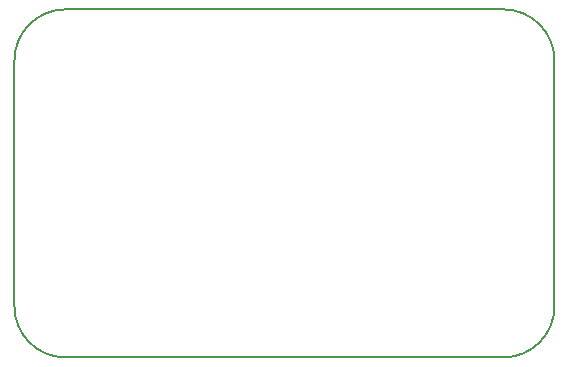
<source format=gbr>
G04 #@! TF.FileFunction,Profile,NP*
%FSLAX46Y46*%
G04 Gerber Fmt 4.6, Leading zero omitted, Abs format (unit mm)*
G04 Created by KiCad (PCBNEW 4.0.3+e1-6302~38~ubuntu15.04.1-stable) date Sun Sep 11 23:38:22 2016*
%MOMM*%
%LPD*%
G01*
G04 APERTURE LIST*
%ADD10C,0.100000*%
%ADD11C,0.150000*%
G04 APERTURE END LIST*
D10*
D11*
X174244000Y-87376000D02*
X174244000Y-108204000D01*
X174244000Y-87376000D02*
G75*
G03X169926000Y-83058000I-4318000J0D01*
G01*
X132842000Y-83058000D02*
X169926000Y-83058000D01*
X128524000Y-108204000D02*
X128524000Y-87376000D01*
X169926000Y-112522000D02*
X132842000Y-112522000D01*
X169926000Y-112522000D02*
G75*
G03X174244000Y-108204000I0J4318000D01*
G01*
X128524000Y-108204000D02*
G75*
G03X132842000Y-112522000I4318000J0D01*
G01*
X132842000Y-83058000D02*
G75*
G03X128524000Y-87376000I0J-4318000D01*
G01*
M02*

</source>
